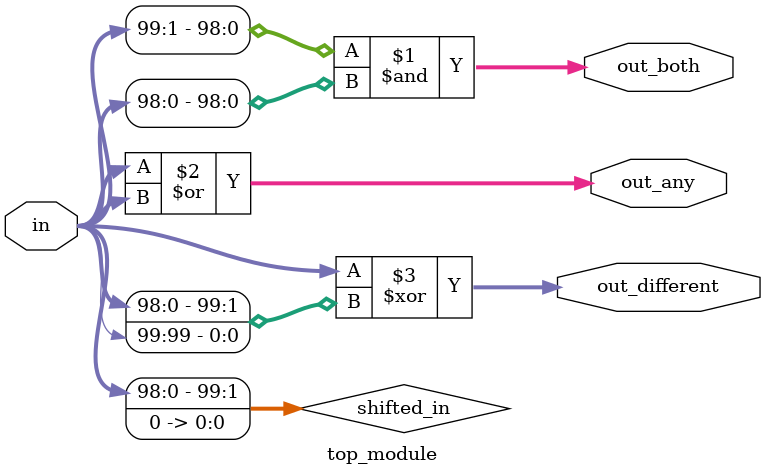
<source format=sv>
module top_module (
    input [99:0] in,
    output [98:0] out_both,
    output [99:0] out_any,
    output [99:0] out_different
);

    wire [99:0] shifted_in = {in[98:0], 1'b0};

    assign out_both = in[99:1] & in[98:0];
    assign out_any = in | in;
    assign out_different = in ^ {in[98:0], in[99]};

endmodule

</source>
